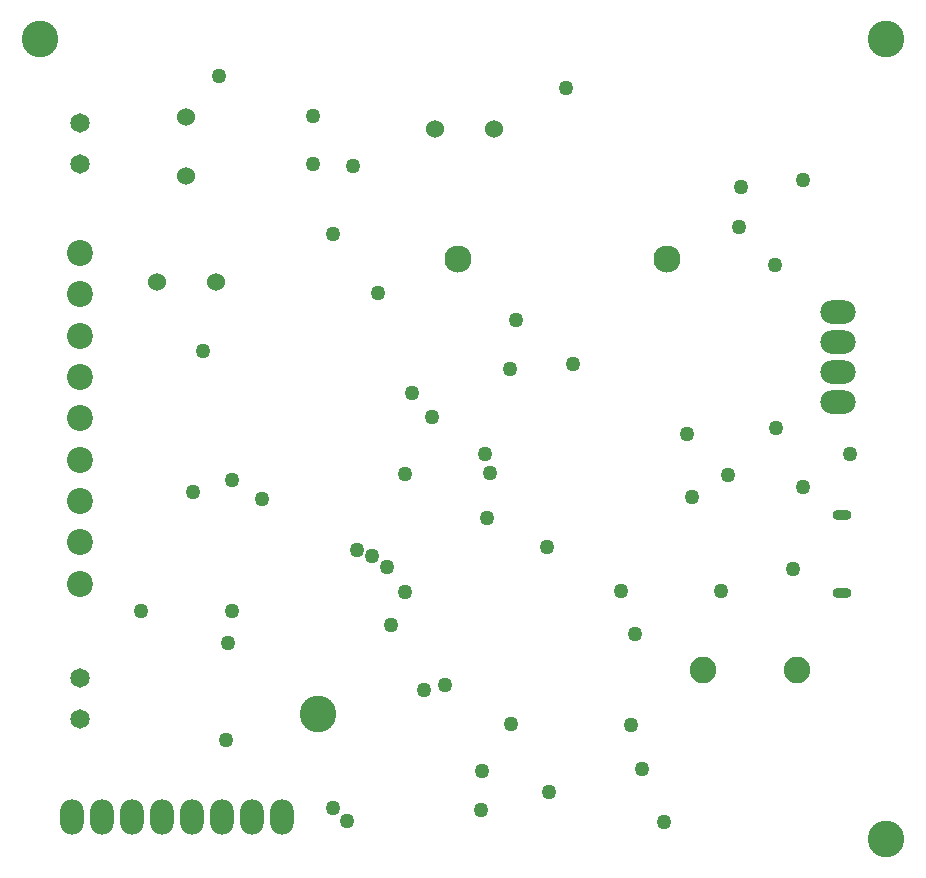
<source format=gbl>
G04*
G04 #@! TF.GenerationSoftware,Altium Limited,Altium Designer,21.1.1 (26)*
G04*
G04 Layer_Physical_Order=4*
G04 Layer_Color=16711680*
%FSLAX25Y25*%
%MOIN*%
G70*
G04*
G04 #@! TF.SameCoordinates,8F0E7BDE-0208-4869-AEA5-3AB6D08E33FE*
G04*
G04*
G04 #@! TF.FilePolarity,Positive*
G04*
G01*
G75*
%ADD78C,0.06496*%
%ADD79C,0.08858*%
%ADD80O,0.06299X0.03543*%
%ADD81C,0.06000*%
%ADD82C,0.08661*%
%ADD83C,0.12205*%
%ADD84O,0.07874X0.11811*%
%ADD85O,0.11811X0.07874*%
%ADD86C,0.09055*%
%ADD87C,0.05000*%
D78*
X220807Y222874D02*
D03*
Y236653D02*
D03*
Y421693D02*
D03*
Y407913D02*
D03*
D79*
X428484Y239213D02*
D03*
X459587D02*
D03*
D80*
X474744Y265000D02*
D03*
Y290984D02*
D03*
D81*
X358602Y419724D02*
D03*
X338917D02*
D03*
X246398Y368543D02*
D03*
X266083D02*
D03*
X256240Y423661D02*
D03*
Y403976D02*
D03*
D82*
X220807Y378386D02*
D03*
Y364606D02*
D03*
Y350827D02*
D03*
Y337047D02*
D03*
Y323268D02*
D03*
Y309488D02*
D03*
Y295709D02*
D03*
Y281929D02*
D03*
Y268150D02*
D03*
D83*
X300000Y224803D02*
D03*
X489370Y449606D02*
D03*
X207538D02*
D03*
X489370Y183071D02*
D03*
D84*
X268209Y190197D02*
D03*
X258209D02*
D03*
X248209D02*
D03*
X228209D02*
D03*
X288209D02*
D03*
X218209D02*
D03*
X238209D02*
D03*
X278209D02*
D03*
D85*
X473563Y338740D02*
D03*
Y358740D02*
D03*
Y328740D02*
D03*
Y348740D02*
D03*
D86*
X346791Y376417D02*
D03*
X416516D02*
D03*
D87*
X434252Y265748D02*
D03*
X423228Y318110D02*
D03*
X366142Y355906D02*
D03*
X364173Y339764D02*
D03*
X440945Y400394D02*
D03*
X452362Y374410D02*
D03*
X461811Y300394D02*
D03*
X458268Y272835D02*
D03*
X342520Y234252D02*
D03*
X329134Y265354D02*
D03*
X405905Y251181D02*
D03*
X377165Y198819D02*
D03*
X408194Y206299D02*
D03*
X354724Y205512D02*
D03*
X309842Y188976D02*
D03*
X269291Y216142D02*
D03*
X240945Y259055D02*
D03*
X320079Y364961D02*
D03*
X305118Y384646D02*
D03*
X271260Y259055D02*
D03*
X261811Y345669D02*
D03*
X364567Y221260D02*
D03*
X324410Y254331D02*
D03*
X335433Y232677D02*
D03*
X404557Y220866D02*
D03*
X281496Y296346D02*
D03*
X356299Y290158D02*
D03*
X401181Y265748D02*
D03*
X376378Y280315D02*
D03*
X385039Y341339D02*
D03*
X424803Y296850D02*
D03*
X436614Y304331D02*
D03*
X452822Y320092D02*
D03*
X461811Y402756D02*
D03*
X440295Y387039D02*
D03*
X477559Y311417D02*
D03*
X415354Y188583D02*
D03*
X354331Y192520D02*
D03*
X305118Y193307D02*
D03*
X270079Y248425D02*
D03*
X258268Y298819D02*
D03*
X271260Y302756D02*
D03*
X382677Y433465D02*
D03*
X311811Y407480D02*
D03*
X298425Y407874D02*
D03*
Y424016D02*
D03*
X266929Y437402D02*
D03*
X357421Y305157D02*
D03*
X355847Y311457D02*
D03*
X338162Y323694D02*
D03*
X318088Y277481D02*
D03*
X323169Y273661D02*
D03*
X329047Y304758D02*
D03*
X331437Y331535D02*
D03*
X312933Y279398D02*
D03*
M02*

</source>
